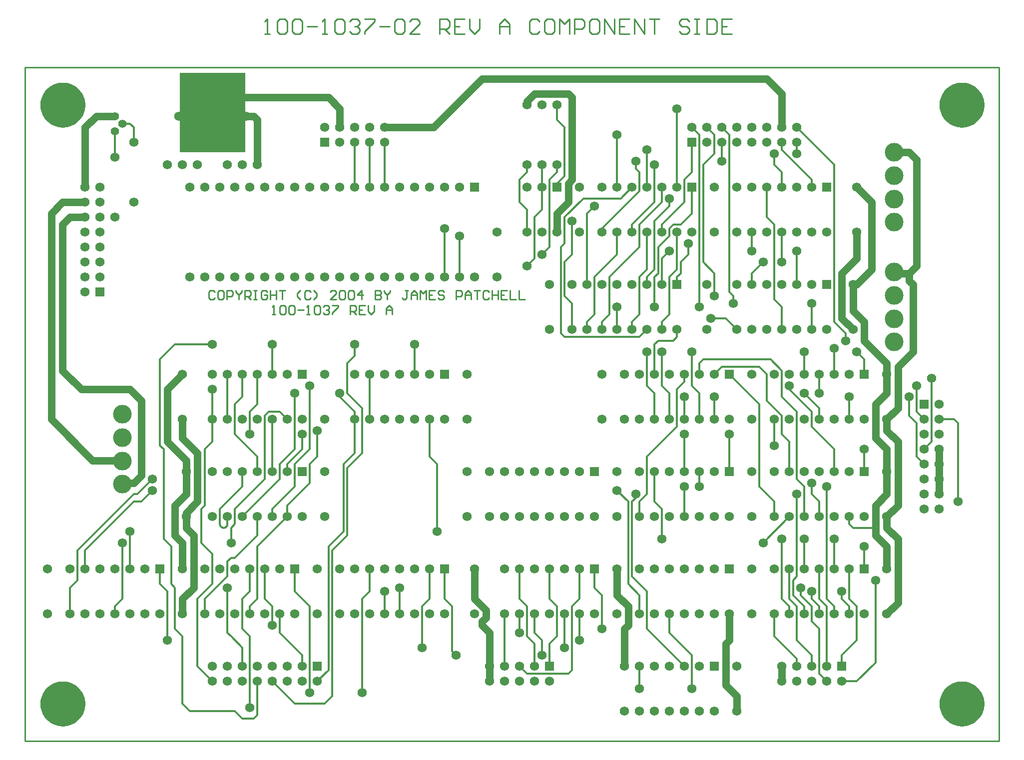
<source format=gtl>
*%FSLAX24Y24*%
*%MOIN*%
G01*
%ADD11C,0.0073*%
%ADD12C,0.0080*%
%ADD13C,0.0100*%
%ADD14C,0.0120*%
%ADD15C,0.0200*%
%ADD16C,0.0320*%
%ADD17C,0.0360*%
%ADD18C,0.0500*%
%ADD19C,0.0520*%
%ADD20C,0.0550*%
%ADD21C,0.0560*%
%ADD22C,0.0610*%
%ADD23C,0.0620*%
%ADD24C,0.0660*%
%ADD25C,0.0680*%
%ADD26C,0.0700*%
%ADD27C,0.0900*%
%ADD28C,0.1250*%
%ADD29C,0.1290*%
%ADD30C,0.1310*%
%ADD31C,0.1400*%
%ADD32C,0.1600*%
%ADD33C,0.2500*%
%ADD34R,0.0620X0.0620*%
%ADD35R,0.0680X0.0680*%
%ADD36R,0.2500X0.2500*%
D13*
X81670Y84020D02*
X81870D01*
X81770D01*
Y84620D01*
X81771D01*
X81770D02*
X81670Y84520D01*
X82170D02*
X82270Y84620D01*
X82470D01*
X82570Y84520D01*
Y84120D01*
X82470Y84020D01*
X82270D01*
X82170Y84120D01*
Y84520D01*
X82770D02*
X82870Y84620D01*
X83070D01*
X83170Y84520D01*
Y84120D01*
X83070Y84020D01*
X82870D01*
X82770Y84120D01*
Y84520D01*
X83369Y84320D02*
X83769D01*
X83969Y84020D02*
X84169D01*
X84069D01*
Y84620D01*
X84070D01*
X84069D02*
X83969Y84520D01*
X84469D02*
X84569Y84620D01*
X84769D01*
X84869Y84520D01*
Y84120D01*
X84769Y84020D01*
X84569D01*
X84469Y84120D01*
Y84520D01*
X85069D02*
X85169Y84620D01*
X85369D01*
X85469Y84520D01*
Y84420D01*
X85470D01*
X85469D02*
X85470D01*
X85469D02*
X85470D01*
X85469D02*
X85369Y84320D01*
X85269D01*
X85369D01*
X85469Y84220D01*
Y84120D01*
X85369Y84020D01*
X85169D01*
X85069Y84120D01*
X85669Y84620D02*
X86069D01*
Y84520D01*
X85669Y84120D01*
Y84020D01*
X86868D02*
Y84620D01*
X87168D01*
X87268Y84520D01*
Y84320D01*
X87168Y84220D01*
X86868D01*
X87068D02*
X87268Y84020D01*
X87468Y84620D02*
X87868D01*
X87468D02*
Y84020D01*
X87868D01*
X87668Y84320D02*
X87468D01*
X88068Y84220D02*
Y84620D01*
Y84220D02*
X88268Y84020D01*
X88468Y84220D01*
Y84620D01*
X89268Y84420D02*
Y84020D01*
Y84420D02*
X89467Y84620D01*
X89667Y84420D01*
Y84020D01*
Y84320D01*
X89268D01*
X77820Y85520D02*
X77720Y85620D01*
X77520D01*
X77420Y85520D01*
Y85120D01*
X77520Y85020D01*
X77720D01*
X77820Y85120D01*
X78120Y85620D02*
X78320D01*
X78120D02*
X78020Y85520D01*
Y85120D01*
X78120Y85020D01*
X78320D01*
X78420Y85120D01*
Y85520D01*
X78320Y85620D01*
X78620D02*
Y85020D01*
Y85620D02*
X78920D01*
X79019Y85520D01*
Y85320D01*
X78920Y85220D01*
X78620D01*
X79219Y85520D02*
Y85620D01*
Y85520D02*
X79419Y85320D01*
X79619Y85520D01*
Y85620D01*
X79419Y85320D02*
Y85020D01*
X79819D02*
Y85620D01*
X80119D01*
X80219Y85520D01*
Y85320D01*
X80119Y85220D01*
X79819D01*
X80019D02*
X80219Y85020D01*
X80419Y85620D02*
X80619D01*
X80519D01*
Y85020D01*
X80419D01*
X80619D01*
X81219Y85620D02*
X81319Y85520D01*
X81219Y85620D02*
X81019D01*
X80919Y85520D01*
Y85120D01*
X81019Y85020D01*
X81219D01*
X81319Y85120D01*
Y85320D01*
X81119D01*
X81519Y85620D02*
Y85020D01*
Y85320D01*
X81919D01*
Y85620D01*
Y85020D01*
X82118Y85620D02*
X82518D01*
X82318D01*
Y85020D01*
X83318Y85220D02*
X83518Y85020D01*
X83318Y85220D02*
Y85420D01*
X83518Y85620D01*
X84118D02*
X84218Y85520D01*
X84118Y85620D02*
X83918D01*
X83818Y85520D01*
Y85120D01*
X83918Y85020D01*
X84118D01*
X84218Y85120D01*
X84418Y85020D02*
X84618Y85220D01*
Y85420D01*
X84418Y85620D01*
X85517Y85020D02*
X85917D01*
X85517D02*
X85917Y85420D01*
Y85520D01*
X85817Y85620D01*
X85617D01*
X85517Y85520D01*
X86117D02*
X86217Y85620D01*
X86417D01*
X86517Y85520D01*
Y85120D01*
X86417Y85020D01*
X86217D01*
X86117Y85120D01*
Y85520D01*
X86717D02*
X86817Y85620D01*
X87017D01*
X87117Y85520D01*
Y85120D01*
X87017Y85020D01*
X86817D01*
X86717Y85120D01*
Y85520D01*
X87617Y85620D02*
Y85020D01*
X87317Y85320D02*
X87617Y85620D01*
X87717Y85320D02*
X87317D01*
X88516Y85620D02*
Y85020D01*
X88816D01*
X88916Y85120D01*
Y85220D01*
X88816Y85320D01*
X88516D01*
X88517D01*
X88516D02*
X88517D01*
X88516D02*
X88517D01*
X88516D02*
X88816D01*
X88916Y85420D01*
Y85520D01*
X88816Y85620D01*
X88516D01*
X89116D02*
Y85520D01*
X89316Y85320D01*
X89516Y85520D01*
Y85620D01*
X89316Y85320D02*
Y85020D01*
X90516Y85620D02*
X90716D01*
X90616D02*
X90516D01*
X90616D02*
Y85120D01*
X90516Y85020D01*
X90416D01*
X90316Y85120D01*
X90916Y85020D02*
Y85420D01*
X91116Y85620D01*
X91315Y85420D01*
Y85020D01*
Y85320D01*
X90916D01*
X91515Y85020D02*
Y85620D01*
X91715Y85420D01*
X91915Y85620D01*
Y85020D01*
X92115Y85620D02*
X92515D01*
X92115D02*
Y85020D01*
X92515D01*
X92315Y85320D02*
X92115D01*
X93015Y85620D02*
X93115Y85520D01*
X93015Y85620D02*
X92815D01*
X92715Y85520D01*
Y85420D01*
X92815Y85320D01*
X93015D01*
X93115Y85220D01*
Y85120D01*
X93015Y85020D01*
X92815D01*
X92715Y85120D01*
X93915Y85020D02*
Y85620D01*
X94215D01*
X94315Y85520D01*
Y85320D01*
X94215Y85220D01*
X93915D01*
X94514Y85020D02*
Y85420D01*
X94714Y85620D01*
X94914Y85420D01*
Y85020D01*
Y85320D01*
X94514D01*
X95114Y85620D02*
X95514D01*
X95314D01*
Y85020D01*
X96014Y85620D02*
X96114Y85520D01*
X96014Y85620D02*
X95814D01*
X95714Y85520D01*
Y85120D01*
X95814Y85020D01*
X96014D01*
X96114Y85120D01*
X96314Y85020D02*
Y85620D01*
Y85320D02*
Y85020D01*
Y85320D02*
X96714D01*
Y85620D01*
Y85020D01*
X96914Y85620D02*
X97314D01*
X96914D02*
Y85020D01*
X97314D01*
X97114Y85320D02*
X96914D01*
X97513Y85620D02*
Y85020D01*
X97913D01*
X98113D02*
Y85620D01*
Y85020D02*
X98513D01*
X81503Y102770D02*
X81170D01*
X81337D02*
X81503D01*
X81337D02*
Y103770D01*
X81338D01*
X81337D02*
X81170Y103603D01*
X82003D02*
X82170Y103770D01*
X82503D01*
X82670Y103603D01*
Y102937D01*
X82503Y102770D01*
X82170D01*
X82003Y102937D01*
Y103603D01*
X83003D02*
X83169Y103770D01*
X83503D01*
X83669Y103603D01*
Y102937D01*
X83503Y102770D01*
X83169D01*
X83003Y102937D01*
Y103603D01*
X84002Y103270D02*
X84669D01*
X85002Y102770D02*
X85335D01*
X85169D01*
Y103770D01*
X85170D01*
X85169D02*
X85002Y103603D01*
X85835D02*
X86002Y103770D01*
X86335D01*
X86502Y103603D01*
Y102937D01*
X86335Y102770D01*
X86002D01*
X85835Y102937D01*
Y103603D01*
X86835D02*
X87001Y103770D01*
X87335D01*
X87501Y103603D01*
Y103436D01*
X87502D01*
X87501D02*
X87502D01*
X87501D02*
X87502D01*
X87501D02*
X87335Y103270D01*
X87168D01*
X87335D01*
X87501Y103103D01*
Y102937D01*
X87335Y102770D01*
X87001D01*
X86835Y102937D01*
X87835Y103770D02*
X88501D01*
Y103603D01*
X87835Y102937D01*
Y102770D01*
X88834Y103270D02*
X89501D01*
X89834Y103603D02*
X90000Y103770D01*
X90334D01*
X90500Y103603D01*
Y102937D01*
X90334Y102770D01*
X90000D01*
X89834Y102937D01*
Y103603D01*
X90834Y102770D02*
X91500D01*
X90834D02*
X91500Y103436D01*
Y103603D01*
X91333Y103770D01*
X91000D01*
X90834Y103603D01*
X92833Y103770D02*
Y102770D01*
Y103770D02*
X93333D01*
X93499Y103603D01*
Y103270D01*
X93333Y103103D01*
X92833D01*
X93166D02*
X93499Y102770D01*
X93833Y103770D02*
X94499D01*
X93833D02*
Y102770D01*
X94499D01*
X94166Y103270D02*
X93833D01*
X94832Y103103D02*
Y103770D01*
Y103103D02*
X95165Y102770D01*
X95499Y103103D01*
Y103770D01*
X96832Y103436D02*
Y102770D01*
Y103436D02*
X97165Y103770D01*
X97498Y103436D01*
Y102770D01*
Y103270D01*
X96832D01*
X99331Y103770D02*
X99497Y103603D01*
X99331Y103770D02*
X98998D01*
X98831Y103603D01*
Y102937D01*
X98998Y102770D01*
X99331D01*
X99497Y102937D01*
X99997Y103770D02*
X100330D01*
X99997D02*
X99831Y103603D01*
Y102937D01*
X99997Y102770D01*
X100330D01*
X100497Y102937D01*
Y103603D01*
X100330Y103770D01*
X100830D02*
Y102770D01*
X101164Y103436D02*
X100830Y103770D01*
X101164Y103436D02*
X101497Y103770D01*
Y102770D01*
X101830D02*
Y103770D01*
X102330D01*
X102496Y103603D01*
Y103270D01*
X102330Y103103D01*
X101830D01*
X102996Y103770D02*
X103330D01*
X102996D02*
X102830Y103603D01*
Y102937D01*
X102996Y102770D01*
X103330D01*
X103496Y102937D01*
Y103603D01*
X103330Y103770D01*
X103829D02*
Y102770D01*
X104496D02*
X103829Y103770D01*
X104496D02*
Y102770D01*
X104829Y103770D02*
X105495D01*
X104829D02*
Y102770D01*
X105495D01*
X105162Y103270D02*
X104829D01*
X105829Y102770D02*
Y103770D01*
X106495Y102770D01*
Y103770D01*
X106828D02*
X107495D01*
X107162D01*
Y102770D01*
X109328Y103770D02*
X109494Y103603D01*
X109328Y103770D02*
X108994D01*
X108828Y103603D01*
Y103436D01*
X108994Y103270D01*
X109328D01*
X109494Y103103D01*
Y102937D01*
X109328Y102770D01*
X108994D01*
X108828Y102937D01*
X109827Y103770D02*
X110161D01*
X109994D01*
Y102770D01*
X109827D01*
X110161D01*
X110660D02*
Y103770D01*
Y102770D02*
X111160D01*
X111327Y102937D01*
Y103603D01*
X111160Y103770D01*
X110660D01*
X111660D02*
X112327D01*
X111660D02*
Y102770D01*
X112327D01*
X111993Y103270D02*
X111660D01*
X130170Y55520D02*
X65170D01*
Y100520D02*
X130170D01*
Y55520D01*
X65170D02*
Y100520D01*
D14*
X101170Y90520D02*
X102420Y91770D01*
X107670Y90020D02*
X109170Y91520D01*
X107170D02*
X105670Y90020D01*
X103670Y89770D02*
X106170Y92270D01*
X107670Y91520D02*
X106170Y90020D01*
Y88520D02*
X104170Y86520D01*
X103170D02*
X104670Y88020D01*
X108670Y76520D02*
X106670Y74520D01*
X114420Y68770D02*
X116170Y70520D01*
X121920Y60770D02*
X120670Y59520D01*
X80670Y69270D02*
X79170Y67770D01*
X78670Y66520D02*
X77170Y65020D01*
X79170Y71020D02*
X81170Y73020D01*
X81670Y71020D02*
X83170Y72520D01*
X82170Y73020D02*
X79670Y70520D01*
X82670Y71270D02*
X84170Y72770D01*
X82670Y70520D02*
X80670Y68520D01*
X116670Y96520D02*
X119170Y94020D01*
X117670Y93020D02*
X115670Y95020D01*
X116170Y79020D02*
X117670Y77520D01*
Y76520D02*
X119170Y75020D01*
X114170Y78020D02*
X112170Y80020D01*
X83670Y61270D02*
X82170Y62770D01*
X115170Y62520D02*
X116670Y61020D01*
X109670Y61270D02*
X108170Y62770D01*
X106670Y63020D02*
X109170Y60520D01*
X83170Y58020D02*
X81670Y59520D01*
X80670Y74520D02*
X79170Y76020D01*
X72420Y72020D02*
X68670Y68270D01*
X69170D02*
X72420Y71520D01*
X78170Y71020D02*
X79670Y72520D01*
Y57020D02*
X80420D01*
X83170Y58020D02*
X85170D01*
X79170Y57520D02*
X76170D01*
X68670Y66270D02*
Y68270D01*
X68170Y65770D02*
Y64020D01*
Y65770D02*
X68670Y66270D01*
X98670Y60020D02*
X101420D01*
X119670Y59520D02*
X120670D01*
X69170Y67020D02*
Y68270D01*
X72420Y95520D02*
Y96520D01*
X71170Y96270D02*
Y94520D01*
X71670Y68770D02*
Y65020D01*
X71170Y64520D02*
Y64020D01*
X72170Y67020D02*
Y69520D01*
X71670Y65020D02*
X71170Y64520D01*
X72420Y96520D02*
X72170Y96770D01*
X73670Y73020D02*
X72670Y72020D01*
X74670Y65520D02*
Y62270D01*
X74170Y66020D02*
Y67020D01*
X74420Y69020D02*
Y75020D01*
X74170Y75270D02*
Y81020D01*
X75170Y82020D01*
X74170Y66020D02*
X74670Y65520D01*
X74920Y68520D02*
X74420Y69020D01*
Y75020D02*
X74170Y75270D01*
X73670Y72270D02*
X72920Y71520D01*
X76670Y65020D02*
Y60520D01*
X75670Y62520D02*
Y58020D01*
X75170Y63020D02*
Y65770D01*
X74920Y66020D02*
Y68520D01*
X77670Y66020D02*
X76670Y65020D01*
Y60520D02*
X77670Y59520D01*
X75670Y58020D02*
X76170Y57520D01*
X75670Y62520D02*
X75170Y63020D01*
Y65770D02*
X74920Y66020D01*
X78920Y67770D02*
X79170D01*
X77170Y71270D02*
Y75020D01*
X76920Y71020D02*
Y68770D01*
X77670Y68020D02*
Y66020D01*
X77170Y65020D02*
Y64020D01*
X77670Y75520D02*
Y77020D01*
Y79020D01*
X78170Y71020D02*
Y70020D01*
X77170Y75020D02*
X77670Y75520D01*
X77170Y71270D02*
X76920Y71020D01*
Y68770D02*
X77670Y68020D01*
X120420Y69770D02*
X121920D01*
X80170Y64520D02*
Y64020D01*
Y62520D02*
Y57770D01*
Y65520D02*
Y67020D01*
X79670Y65020D02*
Y63020D01*
X78670Y77020D02*
Y80020D01*
Y67520D02*
Y66520D01*
Y65770D02*
Y62770D01*
X79670Y61770D02*
Y60520D01*
X78920Y68770D02*
Y69770D01*
X79170Y70020D02*
Y71020D01*
Y76020D02*
Y78020D01*
X79670Y78520D02*
Y80020D01*
X80170Y77520D02*
Y76020D01*
X78670Y70520D02*
Y70020D01*
X79670Y72520D02*
Y73520D01*
X80670Y65020D02*
X80170Y64520D01*
X79670Y65020D02*
X80170Y65520D01*
X80670Y57270D02*
X80420Y57020D01*
X78670Y67520D02*
X78920Y67770D01*
Y69770D02*
X79170Y70020D01*
X79670Y63020D02*
X80170Y62520D01*
X79170Y57520D02*
X79670Y57020D01*
Y61770D02*
X78920Y62520D01*
X78670Y62770D01*
X79170Y78020D02*
X79670Y78520D01*
X80170Y77520D02*
X80670Y78020D01*
X72670Y72020D02*
X72420D01*
Y71520D02*
X72920D01*
X80670Y68520D02*
Y65020D01*
X81170D02*
Y67020D01*
X81670Y64520D02*
Y63270D01*
X82170Y62770D02*
Y64020D01*
X81670Y80020D02*
Y82020D01*
X80670Y59520D02*
Y57270D01*
Y69270D02*
Y70520D01*
X81670D02*
Y71020D01*
X82170Y73020D02*
Y74020D01*
X80670Y73520D02*
Y74520D01*
X81170Y73020D02*
Y77270D01*
X81670Y77020D02*
Y73520D01*
X80670Y78020D02*
Y80020D01*
X83170Y75020D02*
X82170Y74020D01*
X81170Y65020D02*
X81670Y64520D01*
X81170Y77270D02*
X81420Y77520D01*
X82170D02*
X82670Y77020D01*
X83670Y61270D02*
Y60520D01*
X83170Y65520D02*
Y67020D01*
X84170Y64520D02*
Y58770D01*
Y75020D02*
Y79270D01*
X83170Y74020D02*
Y72520D01*
Y75020D02*
Y78770D01*
X84170Y74020D02*
Y72770D01*
X82670Y71270D02*
Y70520D01*
X83670Y75020D02*
Y76020D01*
X82670Y74020D02*
Y73520D01*
X83170Y74020D02*
X84170Y75020D01*
X84670Y74520D02*
X84170Y74020D01*
X83170Y65520D02*
X84170Y64520D01*
X82670Y74020D02*
X83670Y75020D01*
X86420Y74020D02*
Y69520D01*
X85420Y68520D02*
Y60270D01*
X85670Y58520D02*
Y68270D01*
X86170Y78520D02*
Y78770D01*
X84670Y76270D02*
Y74520D01*
X85420Y60270D02*
X84670Y59520D01*
X86420Y74020D02*
X87170Y74770D01*
X86420Y69520D02*
X85420Y68520D01*
X85670Y58520D02*
X85170Y58020D01*
X85670Y68270D02*
X86670Y69270D01*
X87170Y77520D02*
X86170Y78520D01*
X126170Y77020D02*
X127170D01*
X82170Y77520D02*
X81420D01*
X88170Y67020D02*
Y65520D01*
X87670Y65020D02*
Y58770D01*
X88170Y92520D02*
Y95520D01*
X87170D02*
Y92520D01*
X86670Y71770D02*
Y69270D01*
Y71770D02*
Y73770D01*
X87670Y74770D02*
Y77770D01*
X86670Y78770D02*
Y80770D01*
X87170Y81270D02*
Y82020D01*
X88170Y80020D02*
Y77020D01*
X87170D02*
Y74770D01*
Y77020D02*
Y77520D01*
X88170Y65520D02*
X87670Y65020D01*
X86670Y73770D02*
X87670Y74770D01*
X86670Y80770D02*
X87170Y81270D01*
X86670Y78770D02*
X87670Y77770D01*
X111670Y80520D02*
X114170D01*
X90170Y65770D02*
Y64020D01*
X89170D02*
Y65520D01*
Y92520D02*
Y95520D01*
X107420Y82270D02*
X108420D01*
X106170Y82520D02*
X101170D01*
X110420Y81020D02*
X114920D01*
X77670Y82020D02*
X75170D01*
X91670Y64520D02*
Y61770D01*
X92170Y65020D02*
Y67020D01*
X91170Y80020D02*
Y82020D01*
X92170Y77020D02*
Y74520D01*
Y65020D02*
X91670Y64520D01*
X92670Y74020D02*
X92170Y74520D01*
X110920Y83770D02*
X111920D01*
X93170Y86520D02*
Y89770D01*
X94170Y89270D02*
Y86520D01*
X93670Y64520D02*
Y61520D01*
X93170Y65020D02*
Y67020D01*
X92670Y69520D02*
Y74020D01*
X93670Y61520D02*
X93920Y61270D01*
X93670Y64520D02*
X93170Y65020D01*
X98170Y64020D02*
Y62770D01*
X97170Y64020D02*
Y60520D01*
X98170Y65020D02*
Y67020D01*
Y91520D02*
Y93020D01*
X98670Y93520D01*
X98170Y60520D02*
X98670Y60020D01*
Y64520D02*
X98170Y65020D01*
X98670Y91020D02*
X98170Y91520D01*
X108420Y90020D02*
X108920D01*
X99170Y62020D02*
Y60520D01*
X98670Y62520D02*
Y64520D01*
X100170Y62020D02*
Y60520D01*
Y65020D02*
Y67020D01*
X99170Y87770D02*
Y90520D01*
X99670Y91020D02*
Y92520D01*
Y94020D01*
X100170Y93020D02*
Y88520D01*
X98670Y93520D02*
Y94020D01*
Y91020D02*
Y89520D01*
X99670Y62270D02*
Y61270D01*
X99170Y62770D02*
Y64020D01*
X100670Y62520D02*
X100170Y62020D01*
X98670Y87270D02*
X99170Y87770D01*
Y90520D02*
X99670Y91020D01*
X100170Y88520D02*
X99670Y88020D01*
X100170Y93020D02*
X100670Y93520D01*
X98670Y62520D02*
X99170Y62020D01*
X100670Y64520D02*
X100170Y65020D01*
X99170Y62770D02*
X99670Y62270D01*
X102420Y91770D02*
X104920D01*
X101670Y84770D02*
Y83020D01*
X101170Y85270D02*
Y87520D01*
X101670Y88020D02*
Y90270D01*
X101170Y90520D02*
Y88770D01*
X100920Y88520D02*
Y82770D01*
X101670Y64520D02*
Y60270D01*
X100670Y62520D02*
Y64520D01*
Y93520D02*
Y94020D01*
Y97020D02*
Y98020D01*
Y92770D02*
Y92520D01*
X101170Y93270D02*
Y96520D01*
Y64020D02*
Y61770D01*
Y87520D02*
X101670Y88020D01*
X100920Y88520D02*
X101170Y88770D01*
X102170Y65020D02*
X101670Y64520D01*
Y60270D02*
X101420Y60020D01*
X100670Y92770D02*
X101170Y93270D01*
Y85270D02*
X101670Y84770D01*
X100920Y82770D02*
X101170Y82520D01*
Y96520D02*
X100670Y97020D01*
X102670Y90770D02*
Y86020D01*
X103670Y89520D02*
Y89770D01*
Y83520D02*
Y83020D01*
X102670D02*
Y83520D01*
X103170Y84020D02*
Y86520D01*
X102170Y64020D02*
Y62270D01*
X103170Y65770D02*
Y67020D01*
X102170D02*
Y65020D01*
X103670Y65270D02*
Y63020D01*
X102670Y90770D02*
X103170Y91270D01*
X104170Y84020D02*
X103670Y83520D01*
X103170Y84020D02*
X102670Y83520D01*
X103170Y65770D02*
X103670Y65270D01*
X104670Y83020D02*
Y84520D01*
X105670Y89520D02*
Y90020D01*
X105920Y93770D02*
Y94270D01*
X104670Y92520D02*
Y96020D01*
X104170Y86520D02*
Y84020D01*
X104670Y88020D02*
Y89520D01*
X105670Y83520D02*
Y83020D01*
X105420Y71520D02*
Y66020D01*
X105670Y66520D02*
Y71520D01*
X105920Y71770D02*
Y72020D01*
X104920Y91770D02*
X105670Y92520D01*
X106170Y84020D02*
X105670Y83520D01*
X105920Y71770D02*
X105670Y71520D01*
X106170Y93520D02*
X105920Y93770D01*
X105420Y66020D02*
X106170Y65270D01*
X105420Y71520D02*
X104670Y72270D01*
X105670Y66520D02*
X106670Y65520D01*
X72170Y96770D02*
X71670D01*
X107170Y82020D02*
Y80020D01*
X106670Y86020D02*
Y86520D01*
X107170Y87020D02*
Y90270D01*
X107670Y90020D02*
Y89520D01*
X107170Y86520D02*
Y84520D01*
X107420Y86770D02*
Y88520D01*
X107670Y87770D02*
Y86020D01*
X107170Y91520D02*
Y94020D01*
X106170Y93520D02*
Y92270D01*
X106670Y92520D02*
Y95020D01*
X107670Y92520D02*
Y91520D01*
X106170Y90020D02*
Y88520D01*
X106670Y89520D02*
Y87020D01*
X106170Y86520D02*
Y84020D01*
X107670Y83520D02*
Y83020D01*
X106170Y71520D02*
Y70520D01*
X106670Y72020D02*
Y74520D01*
X107170Y73520D02*
Y71520D01*
X107670Y71020D02*
Y69020D01*
X107170Y77020D02*
Y78770D01*
X106670Y79270D02*
Y81520D01*
X107670D02*
Y79270D01*
X106170Y60520D02*
Y59020D01*
Y64020D02*
Y65270D01*
X106670Y65520D02*
Y63020D01*
X107170Y82020D02*
X107420Y82270D01*
X106670Y86520D02*
X107170Y87020D01*
Y90270D02*
X108170Y91270D01*
X107420Y86770D02*
X107170Y86520D01*
X107420Y88520D02*
X108170Y89270D01*
Y88270D02*
X107670Y87770D01*
X106670Y83020D02*
X106170Y82520D01*
Y86520D02*
X106670Y87020D01*
X108170Y84020D02*
X107670Y83520D01*
X106670Y72020D02*
X106170Y71520D01*
X107170D02*
X107670Y71020D01*
X107170Y78770D02*
X106670Y79270D01*
X107670D02*
X108170Y78770D01*
X108670Y82520D02*
Y83020D01*
X108170Y91270D02*
Y91770D01*
X109170Y91520D02*
Y93020D01*
X109670Y92520D02*
Y90770D01*
X108170Y89770D02*
Y89270D01*
X108670Y86520D02*
Y86020D01*
X108920Y86770D02*
Y87520D01*
X109420Y88020D02*
Y88770D01*
X108670Y92520D02*
Y97770D01*
X109670Y95520D02*
Y93520D01*
X108670Y89520D02*
Y87020D01*
X108170Y86520D02*
Y84020D01*
X109170Y72520D02*
Y70520D01*
Y79520D02*
Y80020D01*
X108670Y79020D02*
Y76520D01*
X108170Y77020D02*
Y78770D01*
X109670Y79270D02*
Y81520D01*
X109170Y78520D02*
Y77020D01*
Y76020D02*
Y73520D01*
X109670Y61270D02*
Y59020D01*
X108170Y62770D02*
Y64020D01*
X108420Y82270D02*
X108670Y82520D01*
X108170Y89770D02*
X108420Y90020D01*
X108920D02*
X109670Y90770D01*
X108920Y86770D02*
X108670Y86520D01*
X108920Y87520D02*
X109420Y88020D01*
X109170Y93020D02*
X109670Y93520D01*
X108670Y87020D02*
X108170Y86520D01*
X109170Y79520D02*
X108670Y79020D01*
X110170Y96020D02*
X109670Y96520D01*
Y79270D02*
X110170Y78770D01*
X111170Y85270D02*
Y86770D01*
X110420Y87520D02*
Y94020D01*
X111170Y94770D02*
Y96020D01*
X110170Y86770D02*
Y84520D01*
Y86770D02*
Y96020D01*
X111670Y95520D02*
Y94270D01*
X110170Y73520D02*
Y72520D01*
Y80020D02*
Y80770D01*
Y78770D02*
Y77020D01*
X111170D02*
Y78520D01*
X110420Y94020D02*
X111170Y94770D01*
X110420Y81020D02*
X110170Y80770D01*
X111170Y80020D02*
X111670Y80520D01*
X112670Y83020D02*
X111920Y83770D01*
X112170Y96020D02*
X111670Y96520D01*
X111170Y96020D02*
X110670Y96520D01*
X110420Y87520D02*
X111170Y86770D01*
X113670D02*
Y86020D01*
Y88270D02*
Y89520D01*
X112420Y85270D02*
Y84770D01*
X112170Y85520D02*
Y92520D01*
Y96020D01*
Y76020D02*
Y73520D01*
X113670Y86770D02*
X114420Y87520D01*
X112170Y85520D02*
X112420Y85270D01*
X115670Y87520D02*
Y89520D01*
Y84520D02*
Y83020D01*
X114670Y90520D02*
Y92520D01*
X115170Y90020D02*
Y85020D01*
X115670Y92520D02*
Y93520D01*
X115170Y94020D02*
Y94770D01*
X115670Y95020D02*
Y95520D01*
X115170Y77020D02*
Y75270D01*
X115670Y78520D02*
Y80270D01*
Y77270D02*
Y76020D01*
X114670Y78270D02*
Y80020D01*
X115170Y71520D02*
Y70520D01*
X114170Y72520D02*
Y78020D01*
X115170Y64020D02*
Y62520D01*
X115670Y65020D02*
Y69020D01*
X115170Y90020D02*
X114670Y90520D01*
X115170Y85020D02*
X115670Y84520D01*
Y93520D02*
X115170Y94020D01*
X114920Y81020D02*
X115670Y80270D01*
Y78520D02*
X116670Y77520D01*
X115670Y76020D02*
X116170Y75520D01*
X115670Y77270D02*
X114670Y78270D01*
Y80020D02*
X114170Y80520D01*
Y72520D02*
X115170Y71520D01*
X115670Y65020D02*
X116170Y64520D01*
X116670Y86020D02*
Y88270D01*
X117670Y84770D02*
Y83020D01*
X116670Y94770D02*
Y95520D01*
X117670Y93020D02*
Y92520D01*
X116170Y79270D02*
Y79020D01*
X117670Y77520D02*
Y76520D01*
X117170Y72520D02*
Y70520D01*
X116670Y73020D02*
Y77520D01*
X116170Y75520D02*
Y73520D01*
X117170Y69020D02*
Y67020D01*
X117670Y72020D02*
Y72770D01*
X117170Y80020D02*
Y81520D01*
X116670Y64520D02*
Y62270D01*
X116170Y65020D02*
Y67020D01*
X117670Y61270D02*
Y60520D01*
Y63520D02*
Y64520D01*
Y65020D02*
Y65520D01*
X116920Y65270D02*
Y65770D01*
X116670Y61020D02*
Y60520D01*
X116170Y64020D02*
Y64520D01*
X116420Y65270D02*
Y66270D01*
X116670Y66520D02*
Y72020D01*
X117170Y64520D02*
Y64020D01*
X116420Y66270D02*
X116670Y66520D01*
X117170Y72520D02*
X116670Y73020D01*
X117670Y72020D02*
X118170Y71520D01*
Y77770D02*
X117170Y78770D01*
X116670Y62270D02*
X117670Y61270D01*
X116670Y64520D02*
X116170Y65020D01*
X117670D02*
X118170Y64520D01*
X117670Y63520D02*
X118170Y63020D01*
X117670Y64520D02*
X117170Y65020D01*
X116920Y65270D01*
X116420D02*
X117170Y64520D01*
X119170Y83520D02*
Y94020D01*
Y75020D02*
Y73520D01*
X118170Y71520D02*
Y70520D01*
X119170Y80020D02*
Y81770D01*
X118170Y77770D02*
Y77020D01*
Y78770D02*
Y80020D01*
X119670Y61270D02*
Y60520D01*
X118170Y65020D02*
Y67020D01*
X118670Y64520D02*
Y60770D01*
X119670Y65020D02*
Y65520D01*
X118670Y65020D02*
Y72520D01*
X119170Y64520D02*
Y64020D01*
X118170D02*
Y64520D01*
Y63020D02*
Y60020D01*
X119170Y67020D02*
Y69020D01*
X118670Y60770D02*
Y60520D01*
X119670Y61270D02*
X120670Y62270D01*
X119920Y82770D02*
X119670Y83020D01*
X119170Y83520D01*
X118170Y65020D02*
X118670Y64520D01*
X119670Y65020D02*
X120170Y64520D01*
X119170D02*
X118670Y65020D01*
X118170Y60020D02*
X118670Y59520D01*
X119920Y82270D02*
Y82770D01*
X121170Y75020D02*
Y73520D01*
Y80020D02*
Y81020D01*
X120170Y78520D02*
Y77020D01*
X120670Y64520D02*
Y62270D01*
X120170Y65020D02*
Y67020D01*
Y64520D02*
Y64020D01*
X121170Y67020D02*
Y68520D01*
X120170Y70020D02*
Y70520D01*
X121170Y81020D02*
X120670Y81520D01*
X120170Y65020D02*
X120670Y64520D01*
X120420Y69770D02*
X120170Y70020D01*
X121920Y66270D02*
Y60770D01*
X124170Y77270D02*
Y78520D01*
X124670Y76770D02*
Y74520D01*
Y77520D02*
Y79270D01*
X125670Y75520D02*
X125170Y75020D01*
X124670Y74520D02*
X125170Y74020D01*
X124670Y76770D02*
X124170Y77270D01*
X124670Y77520D02*
X125170Y77020D01*
X127420Y76770D02*
Y71520D01*
X125670Y75520D02*
Y79770D01*
X127170Y77020D02*
X127420Y76770D01*
X78670Y70020D02*
X78668Y69987D01*
X78661Y69955D01*
X78651Y69924D01*
X78637Y69895D01*
X78618Y69868D01*
X78597Y69843D01*
X78572Y69822D01*
X78545Y69803D01*
X78516Y69789D01*
X78485Y69779D01*
X78453Y69772D01*
X78420Y69770D01*
X78387Y69772D01*
X78355Y69779D01*
X78324Y69789D01*
X78295Y69803D01*
X78268Y69822D01*
X78243Y69843D01*
X78222Y69868D01*
X78203Y69895D01*
X78189Y69924D01*
X78179Y69955D01*
X78172Y69987D01*
X78170Y70020D01*
D18*
X120670Y86020D02*
X121670Y87020D01*
X69920Y97270D02*
X69170Y96520D01*
X95920Y63770D02*
X95670Y63520D01*
X72920Y73270D02*
X72420Y72770D01*
X67670Y90020D02*
X68170Y90520D01*
X67670Y91520D02*
X66920Y90770D01*
X76420Y65770D02*
X75670Y65020D01*
X74670Y79020D02*
X75670Y80020D01*
X76670Y71520D02*
X75920Y70770D01*
X75170Y71270D02*
X75920Y72020D01*
X123420Y80520D02*
X124420Y81520D01*
X123420Y77770D02*
X122670Y77020D01*
X119670Y86770D02*
X120670Y87770D01*
X123420Y71270D02*
X122670Y70520D01*
X121920Y78020D02*
X122670Y78770D01*
Y72020D02*
X121920Y71270D01*
X123420Y64770D02*
X122670Y64020D01*
X124170Y86770D02*
X124670Y87270D01*
X95670Y99770D02*
X92420Y96520D01*
X77920Y98520D02*
X77670Y98270D01*
X100670Y90770D02*
X101420Y91520D01*
Y92770D02*
X101670Y93020D01*
X98920Y98520D02*
X99170Y98770D01*
X98920Y98520D02*
X98670Y98270D01*
X112170Y62270D02*
X111920Y62020D01*
X105420Y63270D02*
X105170Y63020D01*
X115670Y98770D02*
X114670Y99770D01*
X121170Y82270D02*
X122670Y80770D01*
X95920Y64270D02*
X95170Y65020D01*
X95670Y63270D02*
X96170Y62770D01*
X72920Y78270D02*
X72170Y79020D01*
X68920D02*
X67670Y80270D01*
X66920Y77020D02*
X69670Y74270D01*
X75920Y69770D02*
X76420Y69270D01*
X75920Y74270D02*
X74670Y75520D01*
X75670Y75770D02*
X76670Y74770D01*
X75170Y69270D02*
X75670Y68770D01*
X124170Y86270D02*
X124420Y86020D01*
X120420Y83020D02*
X119670Y83770D01*
X120420Y84270D02*
X121170Y83520D01*
X122670Y76270D02*
X123420Y75520D01*
X122170D02*
X121920Y75770D01*
X122170Y75520D02*
X122670Y75020D01*
X121920Y69270D02*
X122670Y68520D01*
X123420Y69020D02*
X122670Y69770D01*
X124670Y94360D02*
X124170Y94860D01*
X121670Y91520D02*
X120670Y92520D01*
X80670Y97020D02*
X80420Y97270D01*
X85420Y98520D02*
X86170Y97770D01*
X101420Y98770D02*
X101670Y98520D01*
X111920Y59270D02*
X112670Y58520D01*
X105420Y64520D02*
X104670Y65270D01*
X67670Y80270D02*
Y90020D01*
X66920Y90770D02*
Y77020D01*
X69170Y92520D02*
Y96520D01*
X71670Y72770D02*
Y72680D01*
X72920Y73270D02*
Y78270D01*
X74670Y76020D02*
Y75520D01*
Y76020D02*
Y79020D01*
X75920Y70520D02*
Y69770D01*
X76420Y69270D02*
Y65770D01*
X75670Y65020D02*
Y64020D01*
X75920Y73520D02*
Y74270D01*
X75670Y75770D02*
Y77020D01*
X75920Y70770D02*
Y70520D01*
X76670Y71520D02*
Y74770D01*
X75670Y68770D02*
Y67020D01*
X75920Y72020D02*
Y73520D01*
X75170Y71270D02*
Y69270D01*
X77670Y97520D02*
Y98270D01*
X72420Y72770D02*
X71670D01*
X80670Y96270D02*
Y97020D01*
Y96270D02*
Y94020D01*
X71670Y74270D02*
X69670D01*
X86170Y96520D02*
Y97770D01*
X72170Y79020D02*
X68920D01*
X120420Y86020D02*
X120670D01*
X96170Y62770D02*
Y60520D01*
Y59520D01*
X95170Y65020D02*
Y67020D01*
X95920Y64270D02*
Y63770D01*
X95670Y63520D02*
Y63270D01*
X123170Y86770D02*
X124170D01*
X69170Y90520D02*
X68170D01*
X98670Y98020D02*
Y98270D01*
X69170Y91520D02*
X67670D01*
X101420D02*
Y92520D01*
Y92770D01*
X101670Y93020D02*
Y98520D01*
X100670Y90770D02*
Y89520D01*
X123170Y94860D02*
X124170D01*
X105420Y64520D02*
Y63270D01*
X104670Y65270D02*
Y67020D01*
X105170Y63020D02*
Y60520D01*
X71170Y97270D02*
X69920D01*
X89170Y96520D02*
X92420D01*
X80420Y97270D02*
X79920D01*
X95670Y99770D02*
X114670D01*
X85420Y98520D02*
X77920D01*
X99170Y98770D02*
X101420D01*
X111920Y62020D02*
Y59270D01*
X112670Y58520D02*
Y57520D01*
X112170Y62270D02*
Y64020D01*
X115670Y96520D02*
Y98770D01*
Y60520D02*
Y59520D01*
X119670Y83770D02*
Y86770D01*
X120670Y87770D02*
Y89520D01*
X121670Y91520D02*
Y87020D01*
X121170Y83520D02*
Y82270D01*
X120420Y84270D02*
Y86020D01*
X122670Y80770D02*
Y80020D01*
X123420Y80520D02*
Y77770D01*
X122670Y78770D02*
Y80020D01*
Y77020D02*
Y76270D01*
X123420Y75520D02*
Y71270D01*
X121920Y75770D02*
Y78020D01*
X122670Y75020D02*
Y73520D01*
Y68520D02*
Y67020D01*
Y72020D02*
Y73520D01*
X121920Y71270D02*
Y69270D01*
X122670Y69770D02*
Y70520D01*
X123420Y69020D02*
Y64770D01*
X123170Y86770D02*
Y86860D01*
X124170Y86770D02*
Y86270D01*
X124420Y86020D02*
Y81520D01*
X124670Y87270D02*
Y94360D01*
X126170Y75020D02*
Y74020D01*
Y73020D01*
Y72020D01*
X66420Y58020D02*
X66421D01*
X66420D02*
X66424Y57919D01*
X66436Y57819D01*
X66456Y57721D01*
X66484Y57624D01*
X66520Y57530D01*
X66563Y57439D01*
X66614Y57352D01*
X66671Y57269D01*
X66734Y57191D01*
X66804Y57119D01*
X66879Y57052D01*
X66960Y56991D01*
X67045Y56937D01*
X67134Y56891D01*
X67227Y56851D01*
X67322Y56819D01*
X67420Y56795D01*
X67519Y56779D01*
X67620Y56771D01*
X67720D01*
X67821Y56779D01*
X67920Y56795D01*
X68018Y56819D01*
X68113Y56851D01*
X68206Y56891D01*
X68295Y56937D01*
X68380Y56991D01*
X68461Y57052D01*
X68536Y57119D01*
X68606Y57191D01*
X68669Y57269D01*
X68726Y57352D01*
X68777Y57439D01*
X68820Y57530D01*
X68856Y57624D01*
X68884Y57721D01*
X68904Y57819D01*
X68916Y57919D01*
X68920Y58020D01*
X68921D01*
X68920D02*
X68916Y58121D01*
X68904Y58221D01*
X68884Y58319D01*
X68856Y58416D01*
X68820Y58510D01*
X68777Y58601D01*
X68726Y58688D01*
X68669Y58771D01*
X68606Y58849D01*
X68536Y58921D01*
X68461Y58988D01*
X68380Y59049D01*
X68295Y59103D01*
X68206Y59149D01*
X68113Y59189D01*
X68018Y59221D01*
X67920Y59245D01*
X67821Y59261D01*
X67720Y59269D01*
X67620D01*
X67519Y59261D01*
X67420Y59245D01*
X67322Y59221D01*
X67227Y59189D01*
X67134Y59149D01*
X67045Y59103D01*
X66960Y59049D01*
X66879Y58988D01*
X66804Y58921D01*
X66734Y58849D01*
X66671Y58771D01*
X66614Y58688D01*
X66563Y58601D01*
X66520Y58510D01*
X66484Y58416D01*
X66456Y58319D01*
X66436Y58221D01*
X66424Y58121D01*
X66420Y58020D01*
X66900D02*
X66901D01*
X66900D02*
X66905Y57931D01*
X66921Y57842D01*
X66946Y57757D01*
X66982Y57674D01*
X67027Y57597D01*
X67080Y57525D01*
X67142Y57460D01*
X67210Y57402D01*
X67285Y57353D01*
X67365Y57313D01*
X67449Y57282D01*
X67536Y57262D01*
X67625Y57251D01*
X67715D01*
X67804Y57262D01*
X67891Y57282D01*
X67975Y57313D01*
X68055Y57353D01*
X68130Y57402D01*
X68198Y57460D01*
X68260Y57525D01*
X68313Y57597D01*
X68358Y57674D01*
X68394Y57757D01*
X68419Y57842D01*
X68435Y57931D01*
X68440Y58020D01*
X68441D01*
X68440D02*
X68435Y58109D01*
X68419Y58198D01*
X68394Y58283D01*
X68358Y58366D01*
X68313Y58443D01*
X68260Y58515D01*
X68198Y58580D01*
X68130Y58638D01*
X68055Y58687D01*
X67975Y58727D01*
X67891Y58758D01*
X67804Y58778D01*
X67715Y58789D01*
X67625D01*
X67536Y58778D01*
X67449Y58758D01*
X67365Y58727D01*
X67285Y58687D01*
X67210Y58638D01*
X67142Y58580D01*
X67080Y58515D01*
X67027Y58443D01*
X66982Y58366D01*
X66946Y58283D01*
X66921Y58198D01*
X66905Y58109D01*
X66900Y58020D01*
X67380D02*
X67381D01*
X67380D02*
X67386Y57960D01*
X67405Y57902D01*
X67435Y57850D01*
X67476Y57804D01*
X67525Y57769D01*
X67580Y57744D01*
X67640Y57732D01*
X67700D01*
X67760Y57744D01*
X67815Y57769D01*
X67864Y57804D01*
X67905Y57850D01*
X67935Y57902D01*
X67954Y57960D01*
X67960Y58020D01*
X67961D01*
X67960D02*
X67954Y58080D01*
X67935Y58138D01*
X67905Y58190D01*
X67864Y58236D01*
X67815Y58271D01*
X67760Y58296D01*
X67700Y58308D01*
X67640D01*
X67580Y58296D01*
X67525Y58271D01*
X67476Y58236D01*
X67435Y58190D01*
X67405Y58138D01*
X67386Y58080D01*
X67380Y58020D01*
X67670D02*
D03*
X66420Y98020D02*
X66421D01*
X66420D02*
X66424Y97919D01*
X66436Y97819D01*
X66456Y97721D01*
X66484Y97624D01*
X66520Y97530D01*
X66563Y97439D01*
X66614Y97352D01*
X66671Y97269D01*
X66734Y97191D01*
X66804Y97118D01*
X66879Y97052D01*
X66960Y96991D01*
X67045Y96937D01*
X67134Y96891D01*
X67227Y96851D01*
X67322Y96819D01*
X67420Y96795D01*
X67519Y96779D01*
X67620Y96771D01*
X67720D01*
X67821Y96779D01*
X67920Y96795D01*
X68018Y96819D01*
X68113Y96851D01*
X68206Y96891D01*
X68295Y96937D01*
X68380Y96991D01*
X68461Y97052D01*
X68536Y97118D01*
X68606Y97191D01*
X68669Y97269D01*
X68726Y97352D01*
X68777Y97439D01*
X68820Y97530D01*
X68856Y97624D01*
X68884Y97721D01*
X68904Y97819D01*
X68916Y97919D01*
X68920Y98020D01*
X68921D01*
X68920D02*
X68916Y98121D01*
X68904Y98221D01*
X68884Y98319D01*
X68856Y98416D01*
X68820Y98510D01*
X68777Y98601D01*
X68726Y98688D01*
X68669Y98771D01*
X68606Y98849D01*
X68536Y98922D01*
X68461Y98988D01*
X68380Y99049D01*
X68295Y99103D01*
X68206Y99149D01*
X68113Y99189D01*
X68018Y99221D01*
X67920Y99245D01*
X67821Y99261D01*
X67720Y99269D01*
X67620D01*
X67519Y99261D01*
X67420Y99245D01*
X67322Y99221D01*
X67227Y99189D01*
X67134Y99149D01*
X67045Y99103D01*
X66960Y99049D01*
X66879Y98988D01*
X66804Y98922D01*
X66734Y98849D01*
X66671Y98771D01*
X66614Y98688D01*
X66563Y98601D01*
X66520Y98510D01*
X66484Y98416D01*
X66456Y98319D01*
X66436Y98221D01*
X66424Y98121D01*
X66420Y98020D01*
X66900D02*
X66901D01*
X66900D02*
X66905Y97931D01*
X66921Y97842D01*
X66946Y97757D01*
X66982Y97674D01*
X67027Y97597D01*
X67080Y97525D01*
X67142Y97460D01*
X67210Y97402D01*
X67285Y97353D01*
X67365Y97313D01*
X67449Y97282D01*
X67536Y97262D01*
X67625Y97251D01*
X67715D01*
X67804Y97262D01*
X67891Y97282D01*
X67975Y97313D01*
X68055Y97353D01*
X68130Y97402D01*
X68198Y97460D01*
X68260Y97525D01*
X68313Y97597D01*
X68358Y97674D01*
X68394Y97757D01*
X68419Y97842D01*
X68435Y97931D01*
X68440Y98020D01*
X68441D01*
X68440D02*
X68435Y98109D01*
X68419Y98198D01*
X68394Y98283D01*
X68358Y98366D01*
X68313Y98443D01*
X68260Y98515D01*
X68198Y98580D01*
X68130Y98638D01*
X68055Y98687D01*
X67975Y98727D01*
X67891Y98758D01*
X67804Y98778D01*
X67715Y98789D01*
X67625D01*
X67536Y98778D01*
X67449Y98758D01*
X67365Y98727D01*
X67285Y98687D01*
X67210Y98638D01*
X67142Y98580D01*
X67080Y98515D01*
X67027Y98443D01*
X66982Y98366D01*
X66946Y98283D01*
X66921Y98198D01*
X66905Y98109D01*
X66900Y98020D01*
X67380D02*
X67381D01*
X67380D02*
X67386Y97960D01*
X67405Y97902D01*
X67435Y97850D01*
X67476Y97804D01*
X67525Y97769D01*
X67580Y97744D01*
X67640Y97732D01*
X67700D01*
X67760Y97744D01*
X67815Y97769D01*
X67864Y97804D01*
X67905Y97850D01*
X67935Y97902D01*
X67954Y97960D01*
X67960Y98020D01*
X67961D01*
X67960D02*
X67954Y98080D01*
X67935Y98138D01*
X67905Y98190D01*
X67864Y98236D01*
X67815Y98271D01*
X67760Y98296D01*
X67700Y98308D01*
X67640D01*
X67580Y98296D01*
X67525Y98271D01*
X67476Y98236D01*
X67435Y98190D01*
X67405Y98138D01*
X67386Y98080D01*
X67380Y98020D01*
X67670D02*
D03*
X126420Y58020D02*
X126421D01*
X126420D02*
X126424Y57919D01*
X126436Y57819D01*
X126456Y57721D01*
X126484Y57624D01*
X126520Y57530D01*
X126563Y57439D01*
X126614Y57352D01*
X126671Y57269D01*
X126734Y57191D01*
X126804Y57119D01*
X126879Y57052D01*
X126960Y56991D01*
X127045Y56937D01*
X127134Y56891D01*
X127227Y56851D01*
X127322Y56819D01*
X127420Y56795D01*
X127519Y56779D01*
X127620Y56771D01*
X127720D01*
X127821Y56779D01*
X127920Y56795D01*
X128018Y56819D01*
X128113Y56851D01*
X128206Y56891D01*
X128295Y56937D01*
X128380Y56991D01*
X128461Y57052D01*
X128536Y57119D01*
X128606Y57191D01*
X128669Y57269D01*
X128726Y57352D01*
X128777Y57439D01*
X128820Y57530D01*
X128856Y57624D01*
X128884Y57721D01*
X128904Y57819D01*
X128916Y57919D01*
X128920Y58020D01*
X128921D01*
X128920D02*
X128916Y58121D01*
X128904Y58221D01*
X128884Y58319D01*
X128856Y58416D01*
X128820Y58510D01*
X128777Y58601D01*
X128726Y58688D01*
X128669Y58771D01*
X128606Y58849D01*
X128536Y58921D01*
X128461Y58988D01*
X128380Y59049D01*
X128295Y59103D01*
X128206Y59149D01*
X128113Y59189D01*
X128018Y59221D01*
X127920Y59245D01*
X127821Y59261D01*
X127720Y59269D01*
X127620D01*
X127519Y59261D01*
X127420Y59245D01*
X127322Y59221D01*
X127227Y59189D01*
X127134Y59149D01*
X127045Y59103D01*
X126960Y59049D01*
X126879Y58988D01*
X126804Y58921D01*
X126734Y58849D01*
X126671Y58771D01*
X126614Y58688D01*
X126563Y58601D01*
X126520Y58510D01*
X126484Y58416D01*
X126456Y58319D01*
X126436Y58221D01*
X126424Y58121D01*
X126420Y58020D01*
X126900D02*
X126901D01*
X126900D02*
X126905Y57931D01*
X126921Y57842D01*
X126946Y57757D01*
X126982Y57674D01*
X127027Y57597D01*
X127080Y57525D01*
X127142Y57460D01*
X127210Y57402D01*
X127285Y57353D01*
X127365Y57313D01*
X127449Y57282D01*
X127536Y57262D01*
X127625Y57251D01*
X127715D01*
X127804Y57262D01*
X127891Y57282D01*
X127975Y57313D01*
X128055Y57353D01*
X128130Y57402D01*
X128198Y57460D01*
X128260Y57525D01*
X128313Y57597D01*
X128358Y57674D01*
X128394Y57757D01*
X128419Y57842D01*
X128435Y57931D01*
X128440Y58020D01*
X128441D01*
X128440D02*
X128435Y58109D01*
X128419Y58198D01*
X128394Y58283D01*
X128358Y58366D01*
X128313Y58443D01*
X128260Y58515D01*
X128198Y58580D01*
X128130Y58638D01*
X128055Y58687D01*
X127975Y58727D01*
X127891Y58758D01*
X127804Y58778D01*
X127715Y58789D01*
X127625D01*
X127536Y58778D01*
X127449Y58758D01*
X127365Y58727D01*
X127285Y58687D01*
X127210Y58638D01*
X127142Y58580D01*
X127080Y58515D01*
X127027Y58443D01*
X126982Y58366D01*
X126946Y58283D01*
X126921Y58198D01*
X126905Y58109D01*
X126900Y58020D01*
X127380D02*
X127381D01*
X127380D02*
X127386Y57960D01*
X127405Y57902D01*
X127435Y57850D01*
X127476Y57804D01*
X127525Y57769D01*
X127580Y57744D01*
X127640Y57732D01*
X127700D01*
X127760Y57744D01*
X127815Y57769D01*
X127864Y57804D01*
X127905Y57850D01*
X127935Y57902D01*
X127954Y57960D01*
X127960Y58020D01*
X127961D01*
X127960D02*
X127954Y58080D01*
X127935Y58138D01*
X127905Y58190D01*
X127864Y58236D01*
X127815Y58271D01*
X127760Y58296D01*
X127700Y58308D01*
X127640D01*
X127580Y58296D01*
X127525Y58271D01*
X127476Y58236D01*
X127435Y58190D01*
X127405Y58138D01*
X127386Y58080D01*
X127380Y58020D01*
X127670D02*
D03*
X126420Y98020D02*
X126421D01*
X126420D02*
X126424Y97919D01*
X126436Y97819D01*
X126456Y97721D01*
X126484Y97624D01*
X126520Y97530D01*
X126563Y97439D01*
X126614Y97352D01*
X126671Y97269D01*
X126734Y97191D01*
X126804Y97118D01*
X126879Y97052D01*
X126960Y96991D01*
X127045Y96937D01*
X127134Y96891D01*
X127227Y96851D01*
X127322Y96819D01*
X127420Y96795D01*
X127519Y96779D01*
X127620Y96771D01*
X127720D01*
X127821Y96779D01*
X127920Y96795D01*
X128018Y96819D01*
X128113Y96851D01*
X128206Y96891D01*
X128295Y96937D01*
X128380Y96991D01*
X128461Y97052D01*
X128536Y97118D01*
X128606Y97191D01*
X128669Y97269D01*
X128726Y97352D01*
X128777Y97439D01*
X128820Y97530D01*
X128856Y97624D01*
X128884Y97721D01*
X128904Y97819D01*
X128916Y97919D01*
X128920Y98020D01*
X128921D01*
X128920D02*
X128916Y98121D01*
X128904Y98221D01*
X128884Y98319D01*
X128856Y98416D01*
X128820Y98510D01*
X128777Y98601D01*
X128726Y98688D01*
X128669Y98771D01*
X128606Y98849D01*
X128536Y98922D01*
X128461Y98988D01*
X128380Y99049D01*
X128295Y99103D01*
X128206Y99149D01*
X128113Y99189D01*
X128018Y99221D01*
X127920Y99245D01*
X127821Y99261D01*
X127720Y99269D01*
X127620D01*
X127519Y99261D01*
X127420Y99245D01*
X127322Y99221D01*
X127227Y99189D01*
X127134Y99149D01*
X127045Y99103D01*
X126960Y99049D01*
X126879Y98988D01*
X126804Y98922D01*
X126734Y98849D01*
X126671Y98771D01*
X126614Y98688D01*
X126563Y98601D01*
X126520Y98510D01*
X126484Y98416D01*
X126456Y98319D01*
X126436Y98221D01*
X126424Y98121D01*
X126420Y98020D01*
X126900D02*
X126901D01*
X126900D02*
X126905Y97931D01*
X126921Y97842D01*
X126946Y97757D01*
X126982Y97674D01*
X127027Y97597D01*
X127080Y97525D01*
X127142Y97460D01*
X127210Y97402D01*
X127285Y97353D01*
X127365Y97313D01*
X127449Y97282D01*
X127536Y97262D01*
X127625Y97251D01*
X127715D01*
X127804Y97262D01*
X127891Y97282D01*
X127975Y97313D01*
X128055Y97353D01*
X128130Y97402D01*
X128198Y97460D01*
X128260Y97525D01*
X128313Y97597D01*
X128358Y97674D01*
X128394Y97757D01*
X128419Y97842D01*
X128435Y97931D01*
X128440Y98020D01*
X128441D01*
X128440D02*
X128435Y98109D01*
X128419Y98198D01*
X128394Y98283D01*
X128358Y98366D01*
X128313Y98443D01*
X128260Y98515D01*
X128198Y98580D01*
X128130Y98638D01*
X128055Y98687D01*
X127975Y98727D01*
X127891Y98758D01*
X127804Y98778D01*
X127715Y98789D01*
X127625D01*
X127536Y98778D01*
X127449Y98758D01*
X127365Y98727D01*
X127285Y98687D01*
X127210Y98638D01*
X127142Y98580D01*
X127080Y98515D01*
X127027Y98443D01*
X126982Y98366D01*
X126946Y98283D01*
X126921Y98198D01*
X126905Y98109D01*
X126900Y98020D01*
X127380D02*
X127381D01*
X127380D02*
X127386Y97960D01*
X127405Y97902D01*
X127435Y97850D01*
X127476Y97804D01*
X127525Y97769D01*
X127580Y97744D01*
X127640Y97732D01*
X127700D01*
X127760Y97744D01*
X127815Y97769D01*
X127864Y97804D01*
X127905Y97850D01*
X127935Y97902D01*
X127954Y97960D01*
X127960Y98020D01*
X127961D01*
X127960D02*
X127954Y98080D01*
X127935Y98138D01*
X127905Y98190D01*
X127864Y98236D01*
X127815Y98271D01*
X127760Y98296D01*
X127700Y98308D01*
X127640D01*
X127580Y98296D01*
X127525Y98271D01*
X127476Y98236D01*
X127435Y98190D01*
X127405Y98138D01*
X127386Y98080D01*
X127380Y98020D01*
X127670D02*
D03*
D20*
X71170Y96270D02*
D03*
X71670Y96770D02*
D03*
X71170Y97270D02*
D03*
D23*
X127420Y71520D02*
D03*
X125670Y79770D02*
D03*
X124170Y78520D02*
D03*
X124670Y79270D02*
D03*
X121920Y66270D02*
D03*
X121170Y75020D02*
D03*
Y68520D02*
D03*
X119920Y82270D02*
D03*
X120670Y81520D02*
D03*
X120170Y78520D02*
D03*
X119670Y65520D02*
D03*
X118670Y72520D02*
D03*
X119170Y69020D02*
D03*
Y81770D02*
D03*
X118170Y78770D02*
D03*
X117170Y69020D02*
D03*
X116920Y65770D02*
D03*
X116670Y72020D02*
D03*
Y88270D02*
D03*
X116170Y79270D02*
D03*
X117170Y81520D02*
D03*
Y78770D02*
D03*
X116670Y94770D02*
D03*
X117670Y72770D02*
D03*
Y65520D02*
D03*
Y84770D02*
D03*
X115170Y75270D02*
D03*
X114420Y68770D02*
D03*
X115670Y69020D02*
D03*
Y87520D02*
D03*
X114420D02*
D03*
X115170Y94770D02*
D03*
X112170Y76020D02*
D03*
X113670Y88270D02*
D03*
X112420Y84770D02*
D03*
X110170Y72520D02*
D03*
X110920Y83770D02*
D03*
X111170Y85270D02*
D03*
X110170Y84520D02*
D03*
X111170Y78520D02*
D03*
X111670Y94270D02*
D03*
X109670Y59020D02*
D03*
X109170Y72520D02*
D03*
Y76020D02*
D03*
X108170Y91770D02*
D03*
Y88270D02*
D03*
X109420Y88770D02*
D03*
X109670Y81520D02*
D03*
X109170Y78520D02*
D03*
X108670Y97770D02*
D03*
X106170Y59020D02*
D03*
X107670Y69020D02*
D03*
X107170Y84520D02*
D03*
X106670Y81520D02*
D03*
X107670D02*
D03*
X107170Y94020D02*
D03*
X106670Y95020D02*
D03*
X104670Y72270D02*
D03*
X105920Y72020D02*
D03*
X104670Y84520D02*
D03*
X105920Y94270D02*
D03*
X104670Y96020D02*
D03*
X102170Y62270D02*
D03*
X103670Y63020D02*
D03*
X103170Y91270D02*
D03*
X101170Y61770D02*
D03*
X101670Y90270D02*
D03*
X99670Y61270D02*
D03*
X98670Y87270D02*
D03*
X99670Y88020D02*
D03*
X98170Y62770D02*
D03*
X93920Y61270D02*
D03*
X92670Y69520D02*
D03*
X93170Y89770D02*
D03*
X94170Y89270D02*
D03*
X91670Y61770D02*
D03*
X90170Y65770D02*
D03*
X89170Y65520D02*
D03*
X87670Y58770D02*
D03*
X84670Y76270D02*
D03*
X86170Y78770D02*
D03*
X84170Y58770D02*
D03*
X83670Y76020D02*
D03*
X84170Y79270D02*
D03*
X83170Y78770D02*
D03*
X81670Y63270D02*
D03*
X80170Y57770D02*
D03*
X78670Y65770D02*
D03*
X78920Y68770D02*
D03*
X80170Y76020D02*
D03*
X77670Y79020D02*
D03*
X74670Y62270D02*
D03*
X73670Y73020D02*
D03*
Y72270D02*
D03*
X71670Y68770D02*
D03*
X72170Y69520D02*
D03*
X66670Y67020D02*
D03*
Y64020D02*
D03*
X69170Y85520D02*
D03*
X70170Y86520D02*
D03*
X69170D02*
D03*
X70170Y87520D02*
D03*
X69170D02*
D03*
X70170Y88520D02*
D03*
X69170D02*
D03*
X70170Y89520D02*
D03*
X69170D02*
D03*
X70170Y90520D02*
D03*
X69170D02*
D03*
X70170Y91520D02*
D03*
X69170D02*
D03*
X70170Y92520D02*
D03*
X69170D02*
D03*
X84670Y59520D02*
D03*
X83670Y60520D02*
D03*
Y59520D02*
D03*
X82670Y60520D02*
D03*
Y59520D02*
D03*
X81670Y60520D02*
D03*
Y59520D02*
D03*
X80670Y60520D02*
D03*
Y59520D02*
D03*
X79670Y60520D02*
D03*
Y59520D02*
D03*
X78670Y60520D02*
D03*
Y59520D02*
D03*
X77670Y60520D02*
D03*
Y59520D02*
D03*
X81670Y73520D02*
D03*
X83670Y70520D02*
D03*
X82670D02*
D03*
X81670D02*
D03*
X80670D02*
D03*
X79670D02*
D03*
X78670D02*
D03*
X77670D02*
D03*
Y73520D02*
D03*
X78670D02*
D03*
X79670D02*
D03*
X80670D02*
D03*
X82670D02*
D03*
X72170Y67020D02*
D03*
X74170Y64020D02*
D03*
X73170D02*
D03*
X72170D02*
D03*
X71170D02*
D03*
X70170D02*
D03*
X69170D02*
D03*
X68170D02*
D03*
Y67020D02*
D03*
X69170D02*
D03*
X70170D02*
D03*
X71170D02*
D03*
X73170D02*
D03*
X75670D02*
D03*
Y64020D02*
D03*
X81170Y67020D02*
D03*
X83170Y64020D02*
D03*
X82170D02*
D03*
X81170D02*
D03*
X80170D02*
D03*
X79170D02*
D03*
X78170D02*
D03*
X77170D02*
D03*
Y67020D02*
D03*
X78170D02*
D03*
X79170D02*
D03*
X80170D02*
D03*
X82170D02*
D03*
X84670D02*
D03*
Y64020D02*
D03*
X85170Y70520D02*
D03*
Y73520D02*
D03*
X75920Y70520D02*
D03*
Y73520D02*
D03*
X71170Y90520D02*
D03*
Y94520D02*
D03*
X72420Y91520D02*
D03*
Y95520D02*
D03*
X75670Y80020D02*
D03*
Y77020D02*
D03*
X81670Y80020D02*
D03*
X83670Y77020D02*
D03*
X82670D02*
D03*
X81670D02*
D03*
X80670D02*
D03*
X79670D02*
D03*
X78670D02*
D03*
X77670D02*
D03*
Y80020D02*
D03*
X78670D02*
D03*
X79670D02*
D03*
X80670D02*
D03*
X82670D02*
D03*
X85170D02*
D03*
Y77020D02*
D03*
X81670Y82020D02*
D03*
X77670D02*
D03*
X79670Y94020D02*
D03*
X80670D02*
D03*
X75670D02*
D03*
X74670D02*
D03*
X79920Y97270D02*
D03*
X75420D02*
D03*
X78670Y94020D02*
D03*
X76670D02*
D03*
X88170Y96520D02*
D03*
X85170D02*
D03*
X86170Y95520D02*
D03*
Y96520D02*
D03*
X87170Y95520D02*
D03*
Y96520D02*
D03*
X88170Y95520D02*
D03*
X89170D02*
D03*
Y96520D02*
D03*
X97170Y59520D02*
D03*
X100170D02*
D03*
X99170Y60520D02*
D03*
Y59520D02*
D03*
X98170Y60520D02*
D03*
Y59520D02*
D03*
X97170Y60520D02*
D03*
X96170D02*
D03*
Y59520D02*
D03*
X94670Y73520D02*
D03*
Y70520D02*
D03*
X92170Y67020D02*
D03*
X91170D02*
D03*
X90170D02*
D03*
X89170D02*
D03*
X88170D02*
D03*
X87170D02*
D03*
X86170D02*
D03*
Y64020D02*
D03*
X87170D02*
D03*
X88170D02*
D03*
X89170D02*
D03*
X90170D02*
D03*
X91170D02*
D03*
X92170D02*
D03*
X93170D02*
D03*
X95170Y67020D02*
D03*
Y64020D02*
D03*
X96670Y89520D02*
D03*
Y86520D02*
D03*
X91170Y80020D02*
D03*
X93170Y77020D02*
D03*
X92170D02*
D03*
X91170D02*
D03*
X90170D02*
D03*
X89170D02*
D03*
X88170D02*
D03*
X87170D02*
D03*
Y80020D02*
D03*
X88170D02*
D03*
X89170D02*
D03*
X90170D02*
D03*
X92170D02*
D03*
X91170Y82020D02*
D03*
X87170D02*
D03*
X94670Y80020D02*
D03*
Y77020D02*
D03*
X100170Y83020D02*
D03*
Y86020D02*
D03*
X100670Y94020D02*
D03*
Y98020D02*
D03*
X99670D02*
D03*
Y94020D02*
D03*
X98670Y98020D02*
D03*
Y94020D02*
D03*
X99670Y92520D02*
D03*
X100670Y89520D02*
D03*
X99670D02*
D03*
X98670D02*
D03*
Y92520D02*
D03*
X89170D02*
D03*
X95170Y86520D02*
D03*
X94170D02*
D03*
X93170D02*
D03*
X92170D02*
D03*
X91170D02*
D03*
X90170D02*
D03*
X89170D02*
D03*
X88170D02*
D03*
X87170D02*
D03*
X86170D02*
D03*
X85170D02*
D03*
X84170D02*
D03*
X83170D02*
D03*
X82170D02*
D03*
X81170D02*
D03*
X80170D02*
D03*
X79170D02*
D03*
X78170D02*
D03*
X77170D02*
D03*
X76170D02*
D03*
Y92520D02*
D03*
X77170D02*
D03*
X78170D02*
D03*
X79170D02*
D03*
X80170D02*
D03*
X81170D02*
D03*
X82170D02*
D03*
X83170D02*
D03*
X84170D02*
D03*
X85170D02*
D03*
X86170D02*
D03*
X87170D02*
D03*
X88170D02*
D03*
X90170D02*
D03*
X91170D02*
D03*
X92170D02*
D03*
X93170D02*
D03*
X94170D02*
D03*
X110170Y60520D02*
D03*
X109170D02*
D03*
X108170D02*
D03*
X107170D02*
D03*
X106170D02*
D03*
X105170D02*
D03*
Y57520D02*
D03*
X106170D02*
D03*
X107170D02*
D03*
X108170D02*
D03*
X109170D02*
D03*
X110170D02*
D03*
X111170D02*
D03*
X112670D02*
D03*
Y60520D02*
D03*
X102170Y73520D02*
D03*
X101170D02*
D03*
X100170D02*
D03*
X99170D02*
D03*
X98170D02*
D03*
X97170D02*
D03*
X96170D02*
D03*
Y70520D02*
D03*
X97170D02*
D03*
X98170D02*
D03*
X99170D02*
D03*
X100170D02*
D03*
X101170D02*
D03*
X102170D02*
D03*
X103170D02*
D03*
X104670Y73520D02*
D03*
Y70520D02*
D03*
X110170Y73520D02*
D03*
X112170Y70520D02*
D03*
X111170D02*
D03*
X110170D02*
D03*
X109170D02*
D03*
X108170D02*
D03*
X107170D02*
D03*
X106170D02*
D03*
Y73520D02*
D03*
X107170D02*
D03*
X108170D02*
D03*
X109170D02*
D03*
X111170D02*
D03*
X113670D02*
D03*
Y70520D02*
D03*
Y67020D02*
D03*
Y64020D02*
D03*
X110170Y67020D02*
D03*
X112170Y64020D02*
D03*
X111170D02*
D03*
X110170D02*
D03*
X109170D02*
D03*
X108170D02*
D03*
X107170D02*
D03*
X106170D02*
D03*
Y67020D02*
D03*
X107170D02*
D03*
X108170D02*
D03*
X109170D02*
D03*
X111170D02*
D03*
X104670D02*
D03*
Y64020D02*
D03*
X101170Y67020D02*
D03*
X103170Y64020D02*
D03*
X102170D02*
D03*
X101170D02*
D03*
X100170D02*
D03*
X99170D02*
D03*
X98170D02*
D03*
X97170D02*
D03*
Y67020D02*
D03*
X98170D02*
D03*
X99170D02*
D03*
X100170D02*
D03*
X102170D02*
D03*
X110670Y83020D02*
D03*
Y86020D02*
D03*
X113670Y77020D02*
D03*
Y80020D02*
D03*
X102170Y92520D02*
D03*
Y89520D02*
D03*
X112170Y77020D02*
D03*
X111170D02*
D03*
X110170D02*
D03*
X109170D02*
D03*
X108170D02*
D03*
X107170D02*
D03*
X106170D02*
D03*
X105170D02*
D03*
Y80020D02*
D03*
X106170D02*
D03*
X107170D02*
D03*
X108170D02*
D03*
X109170D02*
D03*
X110170D02*
D03*
X111170D02*
D03*
X108670Y83020D02*
D03*
X107670D02*
D03*
X106670D02*
D03*
X105670D02*
D03*
X104670D02*
D03*
X103670D02*
D03*
X102670D02*
D03*
X101670D02*
D03*
Y86020D02*
D03*
X102670D02*
D03*
X103670D02*
D03*
X104670D02*
D03*
X105670D02*
D03*
X106670D02*
D03*
X107670D02*
D03*
X111170Y92520D02*
D03*
Y89520D02*
D03*
X103670Y77020D02*
D03*
Y80020D02*
D03*
X109670Y96520D02*
D03*
X110670Y95520D02*
D03*
Y96520D02*
D03*
X111670Y95520D02*
D03*
Y96520D02*
D03*
X112670Y95520D02*
D03*
Y96520D02*
D03*
X113670Y95520D02*
D03*
Y96520D02*
D03*
X114670Y95520D02*
D03*
Y96520D02*
D03*
X115670Y95520D02*
D03*
Y96520D02*
D03*
X116670Y95520D02*
D03*
Y96520D02*
D03*
X108670Y92520D02*
D03*
X107670D02*
D03*
X106670D02*
D03*
X105670D02*
D03*
X104670D02*
D03*
X103670D02*
D03*
Y89520D02*
D03*
X104670D02*
D03*
X105670D02*
D03*
X106670D02*
D03*
X107670D02*
D03*
X108670D02*
D03*
X109670D02*
D03*
X116670Y59520D02*
D03*
X119670D02*
D03*
X118670Y60520D02*
D03*
Y59520D02*
D03*
X117670Y60520D02*
D03*
Y59520D02*
D03*
X116670Y60520D02*
D03*
X115670D02*
D03*
Y59520D02*
D03*
X120170Y73520D02*
D03*
X119170D02*
D03*
X118170D02*
D03*
X117170D02*
D03*
X116170D02*
D03*
X115170D02*
D03*
Y70520D02*
D03*
X116170D02*
D03*
X117170D02*
D03*
X118170D02*
D03*
X119170D02*
D03*
X120170D02*
D03*
X121170D02*
D03*
X122670Y73520D02*
D03*
Y70520D02*
D03*
Y67020D02*
D03*
Y64020D02*
D03*
X120170Y67020D02*
D03*
X119170D02*
D03*
X118170D02*
D03*
X117170D02*
D03*
X116170D02*
D03*
X115170D02*
D03*
Y64020D02*
D03*
X116170D02*
D03*
X117170D02*
D03*
X118170D02*
D03*
X119170D02*
D03*
X120170D02*
D03*
X121170D02*
D03*
X126170Y78020D02*
D03*
X125170Y77020D02*
D03*
X126170D02*
D03*
X125170Y76020D02*
D03*
X126170D02*
D03*
X125170Y75020D02*
D03*
X126170D02*
D03*
X125170Y74020D02*
D03*
X126170D02*
D03*
X125170Y73020D02*
D03*
X126170D02*
D03*
X125170Y72020D02*
D03*
X126170D02*
D03*
X125170Y71020D02*
D03*
X126170D02*
D03*
X120170Y80020D02*
D03*
X119170D02*
D03*
X118170D02*
D03*
X117170D02*
D03*
X116170D02*
D03*
X115170D02*
D03*
Y77020D02*
D03*
X116170D02*
D03*
X117170D02*
D03*
X118170D02*
D03*
X119170D02*
D03*
X120170D02*
D03*
X121170D02*
D03*
X116670Y86020D02*
D03*
X118670Y83020D02*
D03*
X117670D02*
D03*
X116670D02*
D03*
X115670D02*
D03*
X114670D02*
D03*
X113670D02*
D03*
X112670D02*
D03*
Y86020D02*
D03*
X113670D02*
D03*
X114670D02*
D03*
X115670D02*
D03*
X117670D02*
D03*
X120670Y92520D02*
D03*
Y89520D02*
D03*
X122670Y77020D02*
D03*
Y80020D02*
D03*
X120420Y83020D02*
D03*
Y86020D02*
D03*
X117670Y92520D02*
D03*
X116670D02*
D03*
X115670D02*
D03*
X114670D02*
D03*
X113670D02*
D03*
X112670D02*
D03*
Y89520D02*
D03*
X113670D02*
D03*
X114670D02*
D03*
X115670D02*
D03*
X116670D02*
D03*
X117670D02*
D03*
X118670D02*
D03*
D28*
X71670Y74240D02*
D03*
Y77360D02*
D03*
Y72680D02*
D03*
Y75800D02*
D03*
X123170Y85300D02*
D03*
Y82180D02*
D03*
Y86860D02*
D03*
Y83740D02*
D03*
Y93300D02*
D03*
Y90180D02*
D03*
Y94860D02*
D03*
Y91740D02*
D03*
D34*
X70170Y85520D02*
D03*
X84670Y60520D02*
D03*
X83670Y73520D02*
D03*
X74170Y67020D02*
D03*
X83170D02*
D03*
X83670Y80020D02*
D03*
X85170Y95520D02*
D03*
X100170Y60520D02*
D03*
X93170Y67020D02*
D03*
Y80020D02*
D03*
X100670Y92520D02*
D03*
X95170D02*
D03*
X111170Y60520D02*
D03*
X103170Y73520D02*
D03*
X112170D02*
D03*
Y67020D02*
D03*
X103170D02*
D03*
X112170Y80020D02*
D03*
X108670Y86020D02*
D03*
X109670Y95520D02*
D03*
Y92520D02*
D03*
X119670Y60520D02*
D03*
X121170Y73520D02*
D03*
Y67020D02*
D03*
X125170Y78020D02*
D03*
X121170Y80020D02*
D03*
X118670Y86020D02*
D03*
Y92520D02*
D03*
D36*
X76745Y96120D02*
X78595D01*
Y98920D01*
X76745D01*
Y96120D01*
D02*
M02*

</source>
